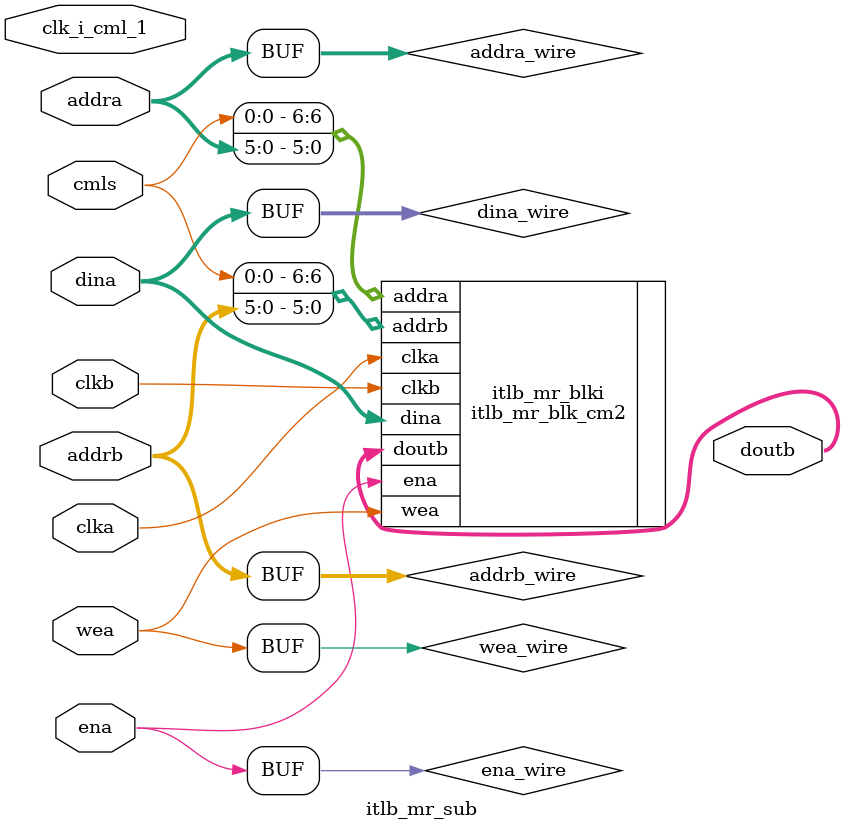
<source format=v>
/*******************************************************************************
*     This file is owned and controlled by Xilinx and must be used             *
*     solely for design, simulation, implementation and creation of            *
*     design files limited to Xilinx devices or technologies. Use              *
*     with non-Xilinx devices or technologies is expressly prohibited          *
*     and immediately terminates your license.                                 *
*                                                                              *
*     XILINX IS PROVIDING THIS DESIGN, CODE, OR INFORMATION "AS IS"            *
*     SOLELY FOR USE IN DEVELOPING PROGRAMS AND SOLUTIONS FOR                  *
*     XILINX DEVICES.  BY PROVIDING THIS DESIGN, CODE, OR INFORMATION          *
*     AS ONE POSSIBLE IMPLEMENTATION OF THIS FEATURE, APPLICATION              *
*     OR STANDARD, XILINX IS MAKING NO REPRESENTATION THAT THIS                *
*     IMPLEMENTATION IS FREE FROM ANY CLAIMS OF INFRINGEMENT,                  *
*     AND YOU ARE RESPONSIBLE FOR OBTAINING ANY RIGHTS YOU MAY REQUIRE         *
*     FOR YOUR IMPLEMENTATION.  XILINX EXPRESSLY DISCLAIMS ANY                 *
*     WARRANTY WHATSOEVER WITH RESPECT TO THE ADEQUACY OF THE                  *
*     IMPLEMENTATION, INCLUDING BUT NOT LIMITED TO ANY WARRANTIES OR           *
*     REPRESENTATIONS THAT THIS IMPLEMENTATION IS FREE FROM CLAIMS OF          *
*     INFRINGEMENT, IMPLIED WARRANTIES OF MERCHANTABILITY AND FITNESS          *
*     FOR A PARTICULAR PURPOSE.                                                *
*                                                                              *
*     Xilinx products are not intended for use in life support                 *
*     appliances, devices, or systems. Use in such applications are            *
*     expressly prohibited.                                                    *
*                                                                              *
*     (c) Copyright 1995-2009 Xilinx, Inc.                                     *
*     All rights reserved.                                                     *
*******************************************************************************/
// The synthesis directives "translate_off/translate_on" specified below are
// supported by Xilinx, Mentor Graphics and Synplicity synthesis
// tools. Ensure they are correct for your synthesis tool(s).

// You must compile the wrapper file itlb_mr_blk.v when simulating
// the core, itlb_mr_blk. When compiling the wrapper file, be sure to
// reference the XilinxCoreLib Verilog simulation library. For detailed
// instructions, please refer to the "CORE Generator Help".

`timescale 1ns/1ps

module itlb_mr_sub(
		clk_i_cml_1,
		cmls,
		
	clka,
	ena,
	wea,
	addra,
	dina,
	clkb,
	addrb,
	doutb);


input clk_i_cml_1;
input cmls;




input clka;
input ena;
input [0 : 0] wea;
input [5 : 0] addra;
input [13 : 0] dina;
input clkb;
input [5 : 0] addrb;
output [13 : 0] doutb;

wire ena_wire;
wire [0 : 0] wea_wire;
wire [5 : 0] addra_wire;
wire [13 : 0] dina_wire;
wire [5 : 0] addrb_wire;

assign ena_wire = ena;
assign wea_wire = wea;
assign addra_wire = addra;
assign dina_wire = dina;
assign addrb_wire = addrb;

itlb_mr_blk_cm2 itlb_mr_blki(
	.clka(clka),
	.ena(ena_wire),
	.wea(wea_wire),
	.addra({cmls, addra_wire}),
	.dina(dina_wire),
	.clkb(clkb),
	.addrb({cmls, addrb_wire}),
	.doutb(doutb));

endmodule



</source>
